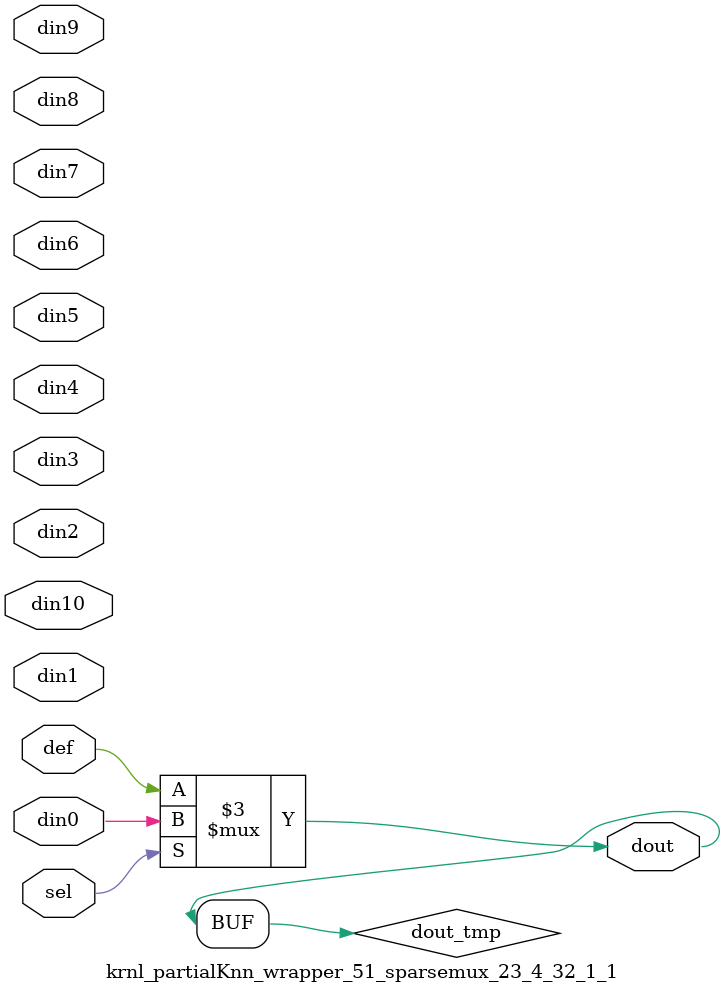
<source format=v>
`timescale 1 ns / 1 ps
module krnl_partialKnn_wrapper_51_sparsemux_23_4_32_1_1 (din0,din1,din2,din3,din4,din5,din6,din7,din8,din9,din10,def,sel,dout);
parameter din0_WIDTH = 1;
parameter din1_WIDTH = 1;
parameter din2_WIDTH = 1;
parameter din3_WIDTH = 1;
parameter din4_WIDTH = 1;
parameter din5_WIDTH = 1;
parameter din6_WIDTH = 1;
parameter din7_WIDTH = 1;
parameter din8_WIDTH = 1;
parameter din9_WIDTH = 1;
parameter din10_WIDTH = 1;
parameter def_WIDTH = 1;
parameter sel_WIDTH = 1;
parameter dout_WIDTH = 1;
parameter [sel_WIDTH-1:0] CASE0 = 1;
parameter [sel_WIDTH-1:0] CASE1 = 1;
parameter [sel_WIDTH-1:0] CASE2 = 1;
parameter [sel_WIDTH-1:0] CASE3 = 1;
parameter [sel_WIDTH-1:0] CASE4 = 1;
parameter [sel_WIDTH-1:0] CASE5 = 1;
parameter [sel_WIDTH-1:0] CASE6 = 1;
parameter [sel_WIDTH-1:0] CASE7 = 1;
parameter [sel_WIDTH-1:0] CASE8 = 1;
parameter [sel_WIDTH-1:0] CASE9 = 1;
parameter [sel_WIDTH-1:0] CASE10 = 1;
parameter ID = 1;
parameter NUM_STAGE = 1;
input [din0_WIDTH-1:0] din0;
input [din1_WIDTH-1:0] din1;
input [din2_WIDTH-1:0] din2;
input [din3_WIDTH-1:0] din3;
input [din4_WIDTH-1:0] din4;
input [din5_WIDTH-1:0] din5;
input [din6_WIDTH-1:0] din6;
input [din7_WIDTH-1:0] din7;
input [din8_WIDTH-1:0] din8;
input [din9_WIDTH-1:0] din9;
input [din10_WIDTH-1:0] din10;
input [def_WIDTH-1:0] def;
input [sel_WIDTH-1:0] sel;
output [dout_WIDTH-1:0] dout;
reg [dout_WIDTH-1:0] dout_tmp;
always @ (*) begin
case (sel)
    
    CASE0 : dout_tmp = din0;
    
    CASE1 : dout_tmp = din1;
    
    CASE2 : dout_tmp = din2;
    
    CASE3 : dout_tmp = din3;
    
    CASE4 : dout_tmp = din4;
    
    CASE5 : dout_tmp = din5;
    
    CASE6 : dout_tmp = din6;
    
    CASE7 : dout_tmp = din7;
    
    CASE8 : dout_tmp = din8;
    
    CASE9 : dout_tmp = din9;
    
    CASE10 : dout_tmp = din10;
    
    default : dout_tmp = def;
endcase
end
assign dout = dout_tmp;
endmodule
</source>
